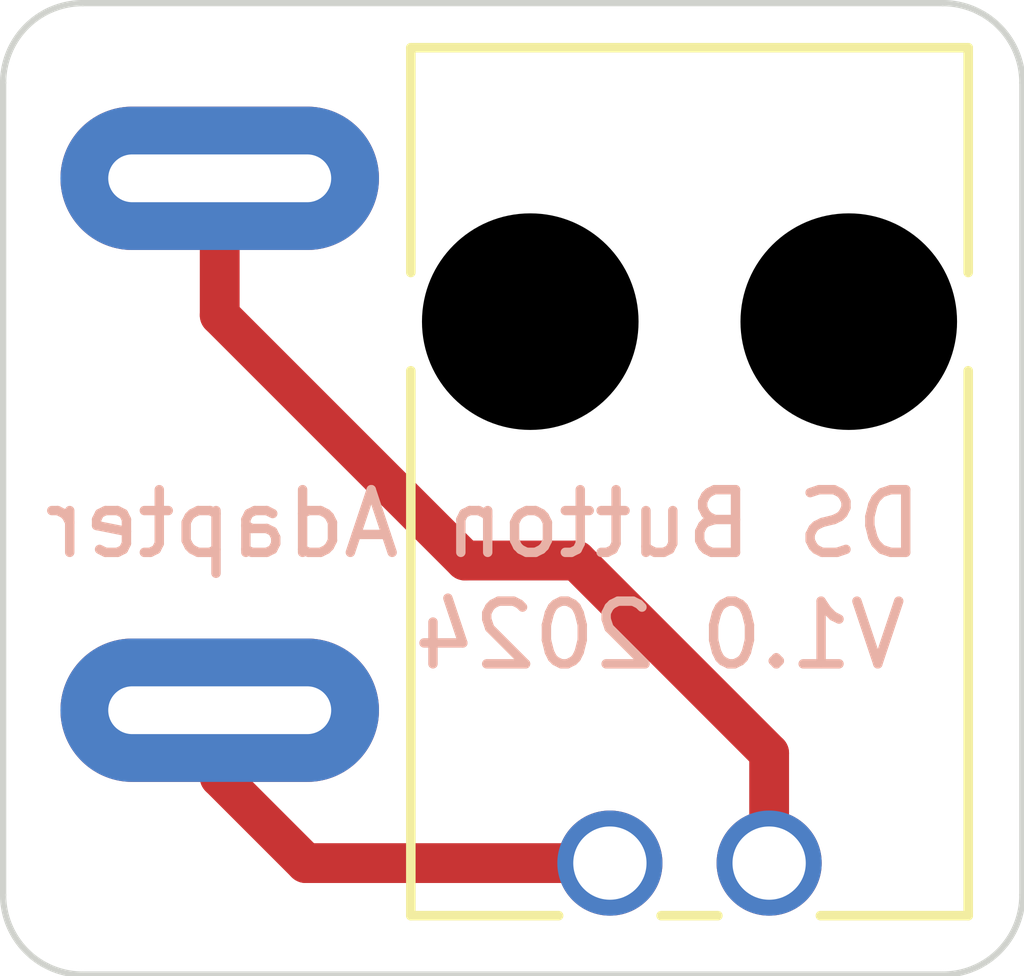
<source format=kicad_pcb>
(kicad_pcb (version 20221018) (generator pcbnew)
  (layers (0 "F.Cu" signal) (31 "B.Cu" signal) (34 "B.Paste" user) (35 "F.Paste" user) (36 "B.SilkS" user "B.Silkscreen") (37 "F.SilkS" user "F.Silkscreen") (38 "B.Mask" user) (39 "F.Mask" user) (44 "Edge.Cuts" user))
  (net 0 "")
  (net 1 "Net-(J1-Pin_1)")
  (net 2 "Net-(J1-Pin_2)")
  (footprint "button_adapter:2 pin molex sl right angle" (layer "F.Cu") (at 172.7454 113.284 180)
    (fp_text reference "J2" hide)
    (fp_text value "MOLEX 2PIN" hide)
    (fp_line (start -5.715 -0.8382) (end -5.715 7.852209) (stroke (width 0.1524)) (layer "F.SilkS"))
    (fp_line (start -5.715 9.419791) (end -5.715 13.0048) (stroke (width 0.1524)) (layer "F.SilkS"))
    (fp_line (start -5.715 13.0048) (end 3.175 13.0048) (stroke (width 0.1524)) (layer "F.SilkS"))
    (fp_line (start -3.357631 -0.8382) (end -5.715 -0.8382) (stroke (width 0.1524)) (layer "F.SilkS"))
    (fp_line (start -0.817631 -0.8382) (end -1.722369 -0.8382) (stroke (width 0.1524)) (layer "F.SilkS"))
    (fp_line (start 3.175 -0.8382) (end 0.817631 -0.8382) (stroke (width 0.1524)) (layer "F.SilkS"))
    (fp_line (start 3.175 7.852209) (end 3.175 -0.8382) (stroke (width 0.1524)) (layer "F.SilkS"))
    (fp_line (start 3.175 13.0048) (end 3.175 9.419791) (stroke (width 0.1524)) (layer "F.SilkS"))
    (pad "" np_thru_hole circle (at -3.81 8.636 180) (size 3.4544 3.4544) (drill 3.4544) (layers))
    (pad "" np_thru_hole circle (at 1.27 8.636 180) (size 3.4544 3.4544) (drill 3.4544) (layers))
    (pad "1" thru_hole circle (at 0 0 180) (size 1.6764 1.6764) (drill 1.1684) (layers "*.Cu" "*.Mask") (net 1 "Net-(J1-Pin_1)"))
    (pad "2" thru_hole circle (at -2.54 0 180) (size 1.6764 1.6764) (drill 1.1684) (layers "*.Cu" "*.Mask") (net 2 "Net-(J1-Pin_2)"))
  )
  (footprint "button_adapter:button" (layer "B.Cu") (at 166.5224 106.6038 90)
    (fp_text reference "J1" hide)
    (fp_text value "BUTTON")
    (pad "1" thru_hole oval (at -4.2418 0 90) (size 2.286 5.08) (drill oval 0.762 3.556) (layers "*.Cu" "*.Mask") (net 1 "Net-(J1-Pin_1)"))
    (pad "2" thru_hole oval (at 4.2418 0 90) (size 2.286 5.08) (drill oval 0.762 3.556) (layers "*.Cu" "*.Mask") (net 2 "Net-(J1-Pin_2)"))
  )
  (gr_arc (start 163.068 100.838) (mid 163.439974 99.939974) (end 164.338 99.568) (stroke (width 0.1)) (layer "Edge.Cuts"))
  (gr_line (start 178.054 115.062) (end 164.338 115.062) (stroke (width 0.1)) (layer "Edge.Cuts"))
  (gr_line (start 179.324 100.838) (end 179.324 113.792) (stroke (width 0.1)) (layer "Edge.Cuts"))
  (gr_arc (start 164.338 115.062) (mid 163.439974 114.690026) (end 163.068 113.792) (stroke (width 0.1)) (layer "Edge.Cuts"))
  (gr_arc (start 178.054 99.568) (mid 178.952026 99.939974) (end 179.324 100.838) (stroke (width 0.1)) (layer "Edge.Cuts"))
  (gr_line (start 163.068 113.792) (end 163.068 100.838) (stroke (width 0.1)) (layer "Edge.Cuts"))
  (gr_arc (start 179.324 113.792) (mid 178.952026 114.690026) (end 178.054 115.062) (stroke (width 0.1)) (layer "Edge.Cuts"))
  (gr_line (start 164.338 99.568) (end 178.054 99.568) (stroke (width 0.1)) (layer "Edge.Cuts"))
  (gr_text "DS Button Adapter\n" (at 177.8 108.458) (layer "B.SilkS") (effects (font (size 1 1)) (justify left bottom mirror)))
  (gr_text "V1.0 2024" (at 177.546 110.236) (layer "B.SilkS") (effects (font (size 1 1)) (justify left bottom mirror)))
  (segment (start 166.5224 111.9124) (end 167.894 113.284) (width 0.635) (layer "F.Cu") (net 1))
  (segment (start 166.5224 110.8456) (end 166.5224 111.9124) (width 0.635) (layer "F.Cu") (net 1))
  (segment (start 167.894 113.284) (end 172.7454 113.284) (width 0.635) (layer "F.Cu") (net 1))
  (segment (start 166.5224 102.362) (end 166.5224 104.5464) (width 0.635) (layer "F.Cu") (net 2))
  (segment (start 175.2854 111.5314) (end 175.2854 113.284) (width 0.635) (layer "F.Cu") (net 2))
  (segment (start 166.5224 104.5464) (end 170.434 108.458) (width 0.635) (layer "F.Cu") (net 2))
  (segment (start 172.212 108.458) (end 175.2854 111.5314) (width 0.635) (layer "F.Cu") (net 2))
  (segment (start 170.434 108.458) (end 172.212 108.458) (width 0.635) (layer "F.Cu") (net 2))
)
</source>
